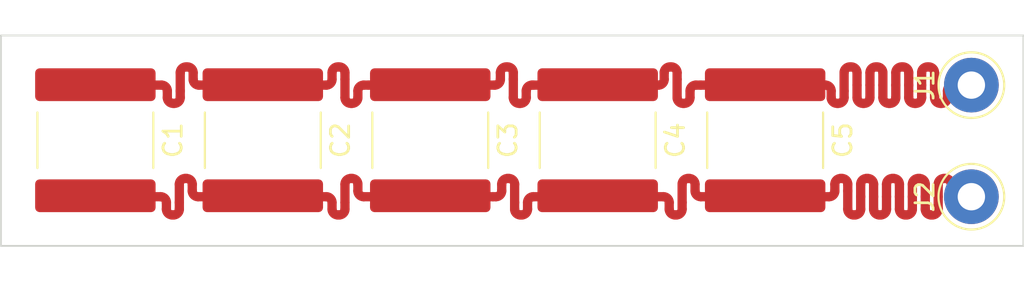
<source format=kicad_pcb>
(kicad_pcb (version 20240108) (generator "pcbnew") (generator_version "8.0")
  (layers (0 "F.Cu" signal) (31 "B.Cu" signal) (34 "B.Paste" user) (35 "F.Paste" user) (36 "B.SilkS" user "B.Silkscreen") (37 "F.SilkS" user "F.Silkscreen") (38 "B.Mask" user) (39 "F.Mask" user) (44 "Edge.Cuts" user))
  (net 0 "")
  (net 1 "Net-(C1-Pad1)")
  (net 2 "Net-(C1-Pad2)")
  (footprint "tegsense-libs:C_2824_7260-20" (layer "F.Cu") (at 145.525 86.1 -90)
    (property "Reference" "C5" (at 0 -4.25 90) (layer "F.SilkS"))
    (property "Value" "2.2mF")
    (fp_line (start -1.522369 3.175) (end 1.522369 3.175) (stroke (width 0.12)) (layer "F.SilkS"))
    (fp_line (start -1.522369 -3.175) (end 1.522369 -3.175) (stroke (width 0.12)) (layer "F.SilkS"))
    (pad "1" smd roundrect (at -3.048 0 270) (size 1.8 6.6) (layers "F.Cu" "F.Paste" "F.Mask") (roundrect_rratio 0.138889) (net 1 "Net-(C1-Pad1)"))
    (pad "2" smd roundrect (at 3.048 0 270) (size 1.8 6.6) (layers "F.Cu" "F.Paste" "F.Mask") (roundrect_rratio 0.138889) (net 2 "Net-(C1-Pad2)"))
  )
  (footprint "tegsense-libs:C_2824_7260-20" (layer "F.Cu") (at 118 86.1 -90)
    (property "Reference" "C2" (at 0 -4.25 90) (layer "F.SilkS"))
    (property "Value" "2.2mF")
    (fp_line (start -1.522369 3.175) (end 1.522369 3.175) (stroke (width 0.12)) (layer "F.SilkS"))
    (fp_line (start -1.522369 -3.175) (end 1.522369 -3.175) (stroke (width 0.12)) (layer "F.SilkS"))
    (pad "1" smd roundrect (at -3.048 0 270) (size 1.8 6.6) (layers "F.Cu" "F.Paste" "F.Mask") (roundrect_rratio 0.138889) (net 1 "Net-(C1-Pad1)"))
    (pad "2" smd roundrect (at 3.048 0 270) (size 1.8 6.6) (layers "F.Cu" "F.Paste" "F.Mask") (roundrect_rratio 0.138889) (net 2 "Net-(C1-Pad2)"))
  )
  (footprint "tegsense-libs:C_2824_7260-20" (layer "F.Cu") (at 127.175 86.1 -90)
    (property "Reference" "C3" (at 0 -4.25 90) (layer "F.SilkS"))
    (property "Value" "2.2mF")
    (fp_line (start -1.522369 3.175) (end 1.522369 3.175) (stroke (width 0.12)) (layer "F.SilkS"))
    (fp_line (start -1.522369 -3.175) (end 1.522369 -3.175) (stroke (width 0.12)) (layer "F.SilkS"))
    (pad "1" smd roundrect (at -3.048 0 270) (size 1.8 6.6) (layers "F.Cu" "F.Paste" "F.Mask") (roundrect_rratio 0.138889) (net 1 "Net-(C1-Pad1)"))
    (pad "2" smd roundrect (at 3.048 0 270) (size 1.8 6.6) (layers "F.Cu" "F.Paste" "F.Mask") (roundrect_rratio 0.138889) (net 2 "Net-(C1-Pad2)"))
  )
  (footprint "tegsense-libs:C_2824_7260-20" (layer "F.Cu") (at 108.825 86.1 -90)
    (property "Reference" "C1" (at 0 -4.25 90) (layer "F.SilkS"))
    (property "Value" "2.2mF")
    (fp_line (start -1.522369 3.175) (end 1.522369 3.175) (stroke (width 0.12)) (layer "F.SilkS"))
    (fp_line (start -1.522369 -3.175) (end 1.522369 -3.175) (stroke (width 0.12)) (layer "F.SilkS"))
    (pad "1" smd roundrect (at -3.048 0 270) (size 1.8 6.6) (layers "F.Cu" "F.Paste" "F.Mask") (roundrect_rratio 0.138889) (net 1 "Net-(C1-Pad1)"))
    (pad "2" smd roundrect (at 3.048 0 270) (size 1.8 6.6) (layers "F.Cu" "F.Paste" "F.Mask") (roundrect_rratio 0.138889) (net 2 "Net-(C1-Pad2)"))
  )
  (footprint "tegsense-libs:C_2824_7260-20" (layer "F.Cu") (at 136.35 86.1 -90)
    (property "Reference" "C4" (at 0 -4.25 90) (layer "F.SilkS"))
    (property "Value" "2.2mF")
    (fp_line (start -1.522369 3.175) (end 1.522369 3.175) (stroke (width 0.12)) (layer "F.SilkS"))
    (fp_line (start -1.522369 -3.175) (end 1.522369 -3.175) (stroke (width 0.12)) (layer "F.SilkS"))
    (pad "1" smd roundrect (at -3.048 0 270) (size 1.8 6.6) (layers "F.Cu" "F.Paste" "F.Mask") (roundrect_rratio 0.138889) (net 1 "Net-(C1-Pad1)"))
    (pad "2" smd roundrect (at 3.048 0 270) (size 1.8 6.6) (layers "F.Cu" "F.Paste" "F.Mask") (roundrect_rratio 0.138889) (net 2 "Net-(C1-Pad2)"))
  )
  (footprint "Connector_Pin:Pin_D1.3mm_L11.0mm_LooseFit" (layer "F.Cu") (at 156.825 83.075 -90)
    (property "Reference" "J1" (at 0 2.55 90) (layer "F.SilkS"))
    (property "Value" "Conn_01x01")
    (fp_circle (center 0 0) (end 1.8 0.05) (stroke (width 0.12)) (fill none) (layer "F.SilkS"))
    (pad "1" thru_hole circle (at 0 0 270) (size 3 3) (drill 1.5) (layers "*.Cu" "*.Mask") (net 1 "Net-(C1-Pad1)"))
  )
  (footprint "Connector_Pin:Pin_D1.3mm_L11.0mm_LooseFit" (layer "F.Cu") (at 156.825 89.2 -90)
    (property "Reference" "J2" (at 0 2.55 90) (layer "F.SilkS"))
    (property "Value" "Conn_01x01")
    (fp_circle (center 0 0) (end 1.8 0.05) (stroke (width 0.12)) (fill none) (layer "F.SilkS"))
    (pad "1" thru_hole circle (at 0 0 270) (size 3 3) (drill 1.5) (layers "*.Cu" "*.Mask") (net 2 "Net-(C1-Pad2)"))
  )
  (gr_rect (start 103.650009 80.350004) (end 159.674992 91.899994) (stroke (width 0.1)) (fill none) (layer "Edge.Cuts"))
  (segment (start 155.8342 83.075) (end 156.774246 83.075) (width 0.508) (layer "F.Cu") (net 1))
  (segment (start 155.1262 84.075) (end 155.197 84.075) (width 0.508) (layer "F.Cu") (net 1))
  (segment (start 131.0186 82.7564) (end 131.0186 82.3936) (width 0.508) (layer "F.Cu") (net 1))
  (segment (start 152.6836 83.7564) (end 152.6836 83.075) (width 0.508) (layer "F.Cu") (net 1))
  (segment (start 132.0452 84.075) (end 132.116 84.075) (width 0.508) (layer "F.Cu") (net 1))
  (segment (start 122.5016 82.7564) (end 122.5016 83.7564) (width 0.508) (layer "F.Cu") (net 1))
  (segment (start 121.7936 82.7564) (end 121.7936 82.3936) (width 0.508) (layer "F.Cu") (net 1))
  (segment (start 112.7686 83.3936) (end 112.7686 83.7564) (width 0.508) (layer "F.Cu") (net 1))
  (segment (start 152.6836 83.075) (end 152.6836 82.3936) (width 0.508) (layer "F.Cu") (net 1))
  (segment (start 141.4096 83.7564) (end 141.4096 83.3936) (width 0.508) (layer "F.Cu") (net 1))
  (segment (start 140.7016 82.3936) (end 140.7016 82.7564) (width 0.508) (layer "F.Cu") (net 1))
  (segment (start 132.4346 83.7564) (end 132.4346 83.3936) (width 0.508) (layer "F.Cu") (net 1))
  (segment (start 152.2942 84.075) (end 152.365 84.075) (width 0.508) (layer "F.Cu") (net 1))
  (segment (start 153.7102 84.075) (end 153.781 84.075) (width 0.508) (layer "F.Cu") (net 1))
  (segment (start 139.9936 82.7564) (end 139.9936 82.3936) (width 0.508) (layer "F.Cu") (net 1))
  (segment (start 149.1436 83.3936) (end 149.1436 83.7564) (width 0.508) (layer "F.Cu") (net 1))
  (segment (start 154.4182 82.075) (end 154.489 82.075) (width 0.508) (layer "F.Cu") (net 1))
  (segment (start 113.0872 84.075) (end 113.158 84.075) (width 0.508) (layer "F.Cu") (net 1))
  (segment (start 113.4766 83.7564) (end 113.4766 83.3936) (width 0.508) (layer "F.Cu") (net 1))
  (segment (start 156.774246 83.075) (end 156.825 83.075) (width 0.508) (layer "F.Cu") (net 1))
  (segment (start 154.0996 83.7564) (end 154.0996 83.075) (width 0.508) (layer "F.Cu") (net 1))
  (segment (start 150.8782 84.075) (end 150.949 84.075) (width 0.508) (layer "F.Cu") (net 1))
  (segment (start 155.5156 83.7564) (end 155.5156 83.3936) (width 0.508) (layer "F.Cu") (net 1))
  (segment (start 114.5032 83.075) (end 115.088112 83.075) (width 0.508) (layer "F.Cu") (net 1))
  (segment (start 131.7266 82.7564) (end 131.7266 83.7564) (width 0.508) (layer "F.Cu") (net 1))
  (segment (start 132.830388 83.075) (end 139.675 83.075) (width 0.508) (layer "F.Cu") (net 1))
  (segment (start 113.7952 82.075) (end 113.866 82.075) (width 0.508) (layer "F.Cu") (net 1))
  (segment (start 150.5596 82.3936) (end 150.5596 83.075) (width 0.508) (layer "F.Cu") (net 1))
  (segment (start 141.989016 83.075) (end 148.825 83.075) (width 0.508) (layer "F.Cu") (net 1))
  (segment (start 140.3122 82.075) (end 140.383 82.075) (width 0.508) (layer "F.Cu") (net 1))
  (segment (start 108.848 83.075) (end 112.45 83.075) (width 0.508) (layer "F.Cu") (net 1))
  (segment (start 140.7016 82.7564) (end 140.7016 83.7564) (width 0.508) (layer "F.Cu") (net 1))
  (segment (start 113.4766 83.3936) (end 113.4766 82.3936) (width 0.508) (layer "F.Cu") (net 1))
  (segment (start 154.8076 82.3936) (end 154.8076 83.075) (width 0.508) (layer "F.Cu") (net 1))
  (segment (start 114.1846 82.3936) (end 114.1846 82.7564) (width 0.508) (layer "F.Cu") (net 1))
  (segment (start 131.7266 82.3936) (end 131.7266 82.7564) (width 0.508) (layer "F.Cu") (net 1))
  (segment (start 151.2676 83.075) (end 151.2676 82.3936) (width 0.508) (layer "F.Cu") (net 1))
  (segment (start 154.8076 83.075) (end 154.8076 83.7564) (width 0.508) (layer "F.Cu") (net 1))
  (segment (start 149.8516 83.7564) (end 149.8516 83.3936) (width 0.508) (layer "F.Cu") (net 1))
  (segment (start 153.3916 82.3936) (end 153.3916 83.075) (width 0.508) (layer "F.Cu") (net 1))
  (segment (start 123.2096 83.7564) (end 123.2096 83.3936) (width 0.508) (layer "F.Cu") (net 1))
  (segment (start 115.088112 83.075) (end 121.475 83.075) (width 0.508) (layer "F.Cu") (net 1))
  (segment (start 154.0996 83.075) (end 154.0996 82.3936) (width 0.508) (layer "F.Cu") (net 1))
  (segment (start 153.3916 83.075) (end 153.3916 83.7564) (width 0.508) (layer "F.Cu") (net 1))
  (segment (start 153.0022 82.075) (end 153.073 82.075) (width 0.508) (layer "F.Cu") (net 1))
  (segment (start 149.4622 84.075) (end 149.533 84.075) (width 0.508) (layer "F.Cu") (net 1))
  (segment (start 149.8516 83.3936) (end 149.8516 82.3936) (width 0.508) (layer "F.Cu") (net 1))
  (segment (start 131.3372 82.075) (end 131.408 82.075) (width 0.508) (layer "F.Cu") (net 1))
  (segment (start 151.9756 82.3936) (end 151.9756 83.075) (width 0.508) (layer "F.Cu") (net 1))
  (segment (start 122.1122 82.075) (end 122.183 82.075) (width 0.508) (layer "F.Cu") (net 1))
  (segment (start 132.7532 83.075) (end 132.830388 83.075) (width 0.508) (layer "F.Cu") (net 1))
  (segment (start 123.5282 83.075) (end 123.794969 83.075) (width 0.508) (layer "F.Cu") (net 1))
  (segment (start 151.2676 83.7564) (end 151.2676 83.075) (width 0.508) (layer "F.Cu") (net 1))
  (segment (start 150.1702 82.075) (end 150.241 82.075) (width 0.508) (layer "F.Cu") (net 1))
  (segment (start 141.0202 84.075) (end 141.091 84.075) (width 0.508) (layer "F.Cu") (net 1))
  (segment (start 108.825 83.052) (end 108.848 83.075) (width 0.508) (layer "F.Cu") (net 1))
  (segment (start 151.9756 83.075) (end 151.9756 83.7564) (width 0.508) (layer "F.Cu") (net 1))
  (segment (start 141.7282 83.075) (end 141.989016 83.075) (width 0.508) (layer "F.Cu") (net 1))
  (segment (start 122.8202 84.075) (end 122.891 84.075) (width 0.508) (layer "F.Cu") (net 1))
  (segment (start 122.5016 82.3936) (end 122.5016 82.7564) (width 0.508) (layer "F.Cu") (net 1))
  (segment (start 150.5596 83.075) (end 150.5596 83.7564) (width 0.508) (layer "F.Cu") (net 1))
  (segment (start 123.794969 83.075) (end 130.7 83.075) (width 0.508) (layer "F.Cu") (net 1))
  (segment (start 151.5862 82.075) (end 151.657 82.075) (width 0.508) (layer "F.Cu") (net 1))
  (arc (start 122.183 82.075) (mid 122.408284 82.168316) (end 122.5016 82.3936) (width 0.508) (layer "F.Cu") (net 1))
  (arc (start 140.7016 83.7564) (mid 140.794916 83.981684) (end 141.0202 84.075) (width 0.508) (layer "F.Cu") (net 1))
  (arc (start 141.4096 83.3936) (mid 141.502916 83.168316) (end 141.7282 83.075) (width 0.508) (layer "F.Cu") (net 1))
  (arc (start 150.241 82.075) (mid 150.466284 82.168316) (end 150.5596 82.3936) (width 0.508) (layer "F.Cu") (net 1))
  (arc (start 150.5596 83.7564) (mid 150.652916 83.981684) (end 150.8782 84.075) (width 0.508) (layer "F.Cu") (net 1))
  (arc (start 149.533 84.075) (mid 149.758284 83.981684) (end 149.8516 83.7564) (width 0.508) (layer "F.Cu") (net 1))
  (arc (start 151.657 82.075) (mid 151.882284 82.168316) (end 151.9756 82.3936) (width 0.508) (layer "F.Cu") (net 1))
  (arc (start 114.1846 82.7564) (mid 114.277916 82.981684) (end 114.5032 83.075) (width 0.508) (layer "F.Cu") (net 1))
  (arc (start 131.7266 83.7564) (mid 131.819916 83.981684) (end 132.0452 84.075) (width 0.508) (layer "F.Cu") (net 1))
  (arc (start 149.8516 82.3936) (mid 149.944916 82.168316) (end 150.1702 82.075) (width 0.508) (layer "F.Cu") (net 1))
  (arc (start 112.7686 83.7564) (mid 112.861916 83.981684) (end 113.0872 84.075) (width 0.508) (layer "F.Cu") (net 1))
  (arc (start 122.5016 83.7564) (mid 122.594916 83.981684) (end 122.8202 84.075) (width 0.508) (layer "F.Cu") (net 1))
  (arc (start 154.8076 83.7564) (mid 154.900916 83.981684) (end 155.1262 84.075) (width 0.508) (layer "F.Cu") (net 1))
  (arc (start 121.475 83.075) (mid 121.700284 82.981684) (end 121.7936 82.7564) (width 0.508) (layer "F.Cu") (net 1))
  (arc (start 153.781 84.075) (mid 154.006284 83.981684) (end 154.0996 83.7564) (width 0.508) (layer "F.Cu") (net 1))
  (arc (start 151.9756 83.7564) (mid 152.068916 83.981684) (end 152.2942 84.075) (width 0.508) (layer "F.Cu") (net 1))
  (arc (start 139.9936 82.3936) (mid 140.086916 82.168316) (end 140.3122 82.075) (width 0.508) (layer "F.Cu") (net 1))
  (arc (start 131.0186 82.3936) (mid 131.111916 82.168316) (end 131.3372 82.075) (width 0.508) (layer "F.Cu") (net 1))
  (arc (start 113.158 84.075) (mid 113.383284 83.981684) (end 113.4766 83.7564) (width 0.508) (layer "F.Cu") (net 1))
  (arc (start 152.6836 82.3936) (mid 152.776916 82.168316) (end 153.0022 82.075) (width 0.508) (layer "F.Cu") (net 1))
  (arc (start 139.675 83.075) (mid 139.900284 82.981684) (end 139.9936 82.7564) (width 0.508) (layer "F.Cu") (net 1))
  (arc (start 149.1436 83.7564) (mid 149.236916 83.981684) (end 149.4622 84.075) (width 0.508) (layer "F.Cu") (net 1))
  (arc (start 153.3916 83.7564) (mid 153.484916 83.981684) (end 153.7102 84.075) (width 0.508) (layer "F.Cu") (net 1))
  (arc (start 132.4346 83.3936) (mid 132.527916 83.168316) (end 132.7532 83.075) (width 0.508) (layer "F.Cu") (net 1))
  (arc (start 131.408 82.075) (mid 131.633284 82.168316) (end 131.7266 82.3936) (width 0.508) (layer "F.Cu") (net 1))
  (arc (start 121.7936 82.3936) (mid 121.886916 82.168316) (end 122.1122 82.075) (width 0.508) (layer "F.Cu") (net 1))
  (arc (start 141.091 84.075) (mid 141.316284 83.981684) (end 141.4096 83.7564) (width 0.508) (layer "F.Cu") (net 1))
  (arc (start 153.073 82.075) (mid 153.298284 82.168316) (end 153.3916 82.3936) (width 0.508) (layer "F.Cu") (net 1))
  (arc (start 113.866 82.075) (mid 114.091284 82.168316) (end 114.1846 82.3936) (width 0.508) (layer "F.Cu") (net 1))
  (arc (start 155.197 84.075) (mid 155.422284 83.981684) (end 155.5156 83.7564) (width 0.508) (layer "F.Cu") (net 1))
  (arc (start 122.891 84.075) (mid 123.116284 83.981684) (end 123.2096 83.7564) (width 0.508) (layer "F.Cu") (net 1))
  (arc (start 151.2676 82.3936) (mid 151.360916 82.168316) (end 151.5862 82.075) (width 0.508) (layer "F.Cu") (net 1))
  (arc (start 123.2096 83.3936) (mid 123.302916 83.168316) (end 123.5282 83.075) (width 0.508) (layer "F.Cu") (net 1))
  (arc (start 113.4766 82.3936) (mid 113.569916 82.168316) (end 113.7952 82.075) (width 0.508) (layer "F.Cu") (net 1))
  (arc (start 154.0996 82.3936) (mid 154.192916 82.168316) (end 154.4182 82.075) (width 0.508) (layer "F.Cu") (net 1))
  (arc (start 152.365 84.075) (mid 152.590284 83.981684) (end 152.6836 83.7564) (width 0.508) (layer "F.Cu") (net 1))
  (arc (start 112.45 83.075) (mid 112.675284 83.168316) (end 112.7686 83.3936) (width 0.508) (layer "F.Cu") (net 1))
  (arc (start 132.116 84.075) (mid 132.341284 83.981684) (end 132.4346 83.7564) (width 0.508) (layer "F.Cu") (net 1))
  (arc (start 148.825 83.075) (mid 149.050284 83.168316) (end 149.1436 83.3936) (width 0.508) (layer "F.Cu") (net 1))
  (arc (start 140.383 82.075) (mid 140.608284 82.168316) (end 140.7016 82.3936) (width 0.508) (layer "F.Cu") (net 1))
  (arc (start 155.5156 83.3936) (mid 155.608916 83.168316) (end 155.8342 83.075) (width 0.508) (layer "F.Cu") (net 1))
  (arc (start 130.7 83.075) (mid 130.925284 82.981684) (end 131.0186 82.7564) (width 0.508) (layer "F.Cu") (net 1))
  (arc (start 150.949 84.075) (mid 151.174284 83.981684) (end 151.2676 83.7564) (width 0.508) (layer "F.Cu") (net 1))
  (arc (start 154.489 82.075) (mid 154.714284 82.168316) (end 154.8076 82.3936) (width 0.508) (layer "F.Cu") (net 1))
  (segment (start 155.7156 88.5186) (end 155.7156 88.8814) (width 0.508) (layer "F.Cu") (net 2))
  (segment (start 141.2952 88.2) (end 141.366 88.2) (width 0.508) (layer "F.Cu") (net 2))
  (segment (start 114.1346 88.5186) (end 114.1346 88.8814) (width 0.508) (layer "F.Cu") (net 2))
  (segment (start 151.7862 90.2) (end 151.857 90.2) (width 0.508) (layer "F.Cu") (net 2))
  (segment (start 112.7186 89.5186) (end 112.7186 89.8814) (width 0.508) (layer "F.Cu") (net 2))
  (segment (start 113.7452 88.2) (end 113.816 88.2) (width 0.508) (layer "F.Cu") (net 2))
  (segment (start 150.7596 89.2) (end 150.7596 88.5186) (width 0.508) (layer "F.Cu") (net 2))
  (segment (start 153.9102 88.2) (end 153.981 88.2) (width 0.508) (layer "F.Cu") (net 2))
  (segment (start 140.5872 90.2) (end 140.658 90.2) (width 0.508) (layer "F.Cu") (net 2))
  (segment (start 150.3702 90.2) (end 150.441 90.2) (width 0.508) (layer "F.Cu") (net 2))
  (segment (start 156.815316 89.2) (end 156.825 89.2) (width 0.508) (layer "F.Cu") (net 2))
  (segment (start 152.8836 89.2) (end 152.8836 89.8814) (width 0.508) (layer "F.Cu") (net 2))
  (segment (start 113.0372 90.2) (end 113.108 90.2) (width 0.508) (layer "F.Cu") (net 2))
  (segment (start 142.0032 89.2) (end 142.317577 89.2) (width 0.508) (layer "F.Cu") (net 2))
  (segment (start 113.4266 89.5186) (end 113.4266 88.5186) (width 0.508) (layer "F.Cu") (net 2))
  (segment (start 114.759551 89.2) (end 121.475 89.2) (width 0.508) (layer "F.Cu") (net 2))
  (segment (start 153.5916 89.8814) (end 153.5916 89.2) (width 0.508) (layer "F.Cu") (net 2))
  (segment (start 132.117 90.2) (end 132.1878 90.2) (width 0.508) (layer "F.Cu") (net 2))
  (segment (start 154.2996 89.2) (end 154.2996 89.8814) (width 0.508) (layer "F.Cu") (net 2))
  (segment (start 131.7984 89.5186) (end 131.7984 89.8814) (width 0.508) (layer "F.Cu") (net 2))
  (segment (start 153.2022 90.2) (end 153.273 90.2) (width 0.508) (layer "F.Cu") (net 2))
  (segment (start 152.4942 88.2) (end 152.565 88.2) (width 0.508) (layer "F.Cu") (net 2))
  (segment (start 122.8202 88.2) (end 122.891 88.2) (width 0.508) (layer "F.Cu") (net 2))
  (segment (start 154.2996 88.5186) (end 154.2996 89.2) (width 0.508) (layer "F.Cu") (net 2))
  (segment (start 130.612603 89.2) (end 130.7718 89.2) (width 0.508) (layer "F.Cu") (net 2))
  (segment (start 140.9766 89.5186) (end 140.9766 88.5186) (width 0.508) (layer "F.Cu") (net 2))
  (segment (start 152.1756 89.8814) (end 152.1756 89.2) (width 0.508) (layer "F.Cu") (net 2))
  (segment (start 152.8836 88.5186) (end 152.8836 89.2) (width 0.508) (layer "F.Cu") (net 2))
  (segment (start 140.2686 89.5186) (end 140.2686 89.8814) (width 0.508) (layer "F.Cu") (net 2))
  (segment (start 151.4676 88.5186) (end 151.4676 89.2) (width 0.508) (layer "F.Cu") (net 2))
  (segment (start 123.2096 88.5186) (end 123.2096 88.8814) (width 0.508) (layer "F.Cu") (net 2))
  (segment (start 123.5282 89.2) (end 130.612603 89.2) (width 0.508) (layer "F.Cu") (net 2))
  (segment (start 122.5016 89.5186) (end 122.5016 88.5186) (width 0.508) (layer "F.Cu") (net 2))
  (segment (start 108.825 89.148) (end 108.877 89.2) (width 0.508) (layer "F.Cu") (net 2))
  (segment (start 141.6846 88.5186) (end 141.6846 88.8814) (width 0.508) (layer "F.Cu") (net 2))
  (segment (start 122.5016 89.8814) (end 122.5016 89.5186) (width 0.508) (layer "F.Cu") (net 2))
  (segment (start 155.3262 88.2) (end 155.397 88.2) (width 0.508) (layer "F.Cu") (net 2))
  (segment (start 150.0516 88.5186) (end 150.0516 88.8814) (width 0.508) (layer "F.Cu") (net 2))
  (segment (start 142.317577 89.2) (end 149.025 89.2) (width 0.508) (layer "F.Cu") (net 2))
  (segment (start 155.0076 89.2) (end 155.0076 88.5186) (width 0.508) (layer "F.Cu") (net 2))
  (segment (start 153.5916 89.2) (end 153.5916 88.5186) (width 0.508) (layer "F.Cu") (net 2))
  (segment (start 149.3436 88.8814) (end 149.3436 88.5186) (width 0.508) (layer "F.Cu") (net 2))
  (segment (start 131.7984 88.5186) (end 131.7984 89.5186) (width 0.508) (layer "F.Cu") (net 2))
  (segment (start 151.0782 88.2) (end 151.149 88.2) (width 0.508) (layer "F.Cu") (net 2))
  (segment (start 113.4266 89.8814) (end 113.4266 89.5186) (width 0.508) (layer "F.Cu") (net 2))
  (segment (start 149.6622 88.2) (end 149.733 88.2) (width 0.508) (layer "F.Cu") (net 2))
  (segment (start 114.4532 89.2) (end 114.759551 89.2) (width 0.508) (layer "F.Cu") (net 2))
  (segment (start 121.7936 89.5186) (end 121.7936 89.8814) (width 0.508) (layer "F.Cu") (net 2))
  (segment (start 150.0516 88.8814) (end 150.0516 89.8814) (width 0.508) (layer "F.Cu") (net 2))
  (segment (start 151.4676 89.2) (end 151.4676 89.8814) (width 0.508) (layer "F.Cu") (net 2))
  (segment (start 122.1122 90.2) (end 122.183 90.2) (width 0.508) (layer "F.Cu") (net 2))
  (segment (start 131.409 88.2) (end 131.4798 88.2) (width 0.508) (layer "F.Cu") (net 2))
  (segment (start 132.825 89.2) (end 139.95 89.2) (width 0.508) (layer "F.Cu") (net 2))
  (segment (start 152.1756 89.2) (end 152.1756 88.5186) (width 0.508) (layer "F.Cu") (net 2))
  (segment (start 131.0904 88.8814) (end 131.0904 88.5186) (width 0.508) (layer "F.Cu") (net 2))
  (segment (start 108.877 89.2) (end 112.4 89.2) (width 0.508) (layer "F.Cu") (net 2))
  (segment (start 140.9766 89.8814) (end 140.9766 89.5186) (width 0.508) (layer "F.Cu") (net 2))
  (segment (start 156.0342 89.2) (end 156.815316 89.2) (width 0.508) (layer "F.Cu") (net 2))
  (segment (start 155.0076 89.8814) (end 155.0076 89.2) (width 0.508) (layer "F.Cu") (net 2))
  (segment (start 150.7596 89.8814) (end 150.7596 89.2) (width 0.508) (layer "F.Cu") (net 2))
  (segment (start 132.5064 89.8814) (end 132.5064 89.5186) (width 0.508) (layer "F.Cu") (net 2))
  (segment (start 154.6182 90.2) (end 154.689 90.2) (width 0.508) (layer "F.Cu") (net 2))
  (arc (start 153.981 88.2) (mid 154.206284 88.293316) (end 154.2996 88.5186) (width 0.508) (layer "F.Cu") (net 2))
  (arc (start 149.733 88.2) (mid 149.958284 88.293316) (end 150.0516 88.5186) (width 0.508) (layer "F.Cu") (net 2))
  (arc (start 113.108 90.2) (mid 113.333284 90.106684) (end 113.4266 89.8814) (width 0.508) (layer "F.Cu") (net 2))
  (arc (start 114.1346 88.8814) (mid 114.227916 89.106684) (end 114.4532 89.2) (width 0.508) (layer "F.Cu") (net 2))
  (arc (start 122.183 90.2) (mid 122.408284 90.106684) (end 122.5016 89.8814) (width 0.508) (layer "F.Cu") (net 2))
  (arc (start 150.7596 88.5186) (mid 150.852916 88.293316) (end 151.0782 88.2) (width 0.508) (layer "F.Cu") (net 2))
  (arc (start 153.273 90.2) (mid 153.498284 90.106684) (end 153.5916 89.8814) (width 0.508) (layer "F.Cu") (net 2))
  (arc (start 152.1756 88.5186) (mid 152.268916 88.293316) (end 152.4942 88.2) (width 0.508) (layer "F.Cu") (net 2))
  (arc (start 151.149 88.2) (mid 151.374284 88.293316) (end 151.4676 88.5186) (width 0.508) (layer "F.Cu") (net 2))
  (arc (start 139.95 89.2) (mid 140.175284 89.293316) (end 140.2686 89.5186) (width 0.508) (layer "F.Cu") (net 2))
  (arc (start 150.0516 89.8814) (mid 150.144916 90.106684) (end 150.3702 90.2) (width 0.508) (layer "F.Cu") (net 2))
  (arc (start 132.5064 89.5186) (mid 132.599716 89.293316) (end 132.825 89.2) (width 0.508) (layer "F.Cu") (net 2))
  (arc (start 131.7984 89.8814) (mid 131.891716 90.106684) (end 132.117 90.2) (width 0.508) (layer "F.Cu") (net 2))
  (arc (start 152.8836 89.8814) (mid 152.976916 90.106684) (end 153.2022 90.2) (width 0.508) (layer "F.Cu") (net 2))
  (arc (start 131.4798 88.2) (mid 131.705084 88.293316) (end 131.7984 88.5186) (width 0.508) (layer "F.Cu") (net 2))
  (arc (start 153.5916 88.5186) (mid 153.684916 88.293316) (end 153.9102 88.2) (width 0.508) (layer "F.Cu") (net 2))
  (arc (start 113.4266 88.5186) (mid 113.519916 88.293316) (end 113.7452 88.2) (width 0.508) (layer "F.Cu") (net 2))
  (arc (start 140.2686 89.8814) (mid 140.361916 90.106684) (end 140.5872 90.2) (width 0.508) (layer "F.Cu") (net 2))
  (arc (start 122.5016 88.5186) (mid 122.594916 88.293316) (end 122.8202 88.2) (width 0.508) (layer "F.Cu") (net 2))
  (arc (start 150.441 90.2) (mid 150.666284 90.106684) (end 150.7596 89.8814) (width 0.508) (layer "F.Cu") (net 2))
  (arc (start 113.816 88.2) (mid 114.041284 88.293316) (end 114.1346 88.5186) (width 0.508) (layer "F.Cu") (net 2))
  (arc (start 112.4 89.2) (mid 112.625284 89.293316) (end 112.7186 89.5186) (width 0.508) (layer "F.Cu") (net 2))
  (arc (start 131.0904 88.5186) (mid 131.183716 88.293316) (end 131.409 88.2) (width 0.508) (layer "F.Cu") (net 2))
  (arc (start 151.4676 89.8814) (mid 151.560916 90.106684) (end 151.7862 90.2) (width 0.508) (layer "F.Cu") (net 2))
  (arc (start 130.7718 89.2) (mid 130.997084 89.106684) (end 131.0904 88.8814) (width 0.508) (layer "F.Cu") (net 2))
  (arc (start 149.3436 88.5186) (mid 149.436916 88.293316) (end 149.6622 88.2) (width 0.508) (layer "F.Cu") (net 2))
  (arc (start 132.1878 90.2) (mid 132.413084 90.106684) (end 132.5064 89.8814) (width 0.508) (layer "F.Cu") (net 2))
  (arc (start 155.397 88.2) (mid 155.622284 88.293316) (end 155.7156 88.5186) (width 0.508) (layer "F.Cu") (net 2))
  (arc (start 155.0076 88.5186) (mid 155.100916 88.293316) (end 155.3262 88.2) (width 0.508) (layer "F.Cu") (net 2))
  (arc (start 155.7156 88.8814) (mid 155.808916 89.106684) (end 156.0342 89.2) (width 0.508) (layer "F.Cu") (net 2))
  (arc (start 121.7936 89.8814) (mid 121.886916 90.106684) (end 122.1122 90.2) (width 0.508) (layer "F.Cu") (net 2))
  (arc (start 152.565 88.2) (mid 152.790284 88.293316) (end 152.8836 88.5186) (width 0.508) (layer "F.Cu") (net 2))
  (arc (start 141.366 88.2) (mid 141.591284 88.293316) (end 141.6846 88.5186) (width 0.508) (layer "F.Cu") (net 2))
  (arc (start 149.025 89.2) (mid 149.250284 89.106684) (end 149.3436 88.8814) (width 0.508) (layer "F.Cu") (net 2))
  (arc (start 151.857 90.2) (mid 152.082284 90.106684) (end 152.1756 89.8814) (width 0.508) (layer "F.Cu") (net 2))
  (arc (start 154.2996 89.8814) (mid 154.392916 90.106684) (end 154.6182 90.2) (width 0.508) (layer "F.Cu") (net 2))
  (arc (start 112.7186 89.8814) (mid 112.811916 90.106684) (end 113.0372 90.2) (width 0.508) (layer "F.Cu") (net 2))
  (arc (start 121.475 89.2) (mid 121.700284 89.293316) (end 121.7936 89.5186) (width 0.508) (layer "F.Cu") (net 2))
  (arc (start 122.891 88.2) (mid 123.116284 88.293316) (end 123.2096 88.5186) (width 0.508) (layer "F.Cu") (net 2))
  (arc (start 123.2096 88.8814) (mid 123.302916 89.106684) (end 123.5282 89.2) (width 0.508) (layer "F.Cu") (net 2))
  (arc (start 140.658 90.2) (mid 140.883284 90.106684) (end 140.9766 89.8814) (width 0.508) (layer "F.Cu") (net 2))
  (arc (start 140.9766 88.5186) (mid 141.069916 88.293316) (end 141.2952 88.2) (width 0.508) (layer "F.Cu") (net 2))
  (arc (start 154.689 90.2) (mid 154.914284 90.106684) (end 155.0076 89.8814) (width 0.508) (layer "F.Cu") (net 2))
  (arc (start 141.6846 88.8814) (mid 141.777916 89.106684) (end 142.0032 89.2) (width 0.508) (layer "F.Cu") (net 2))
)
</source>
